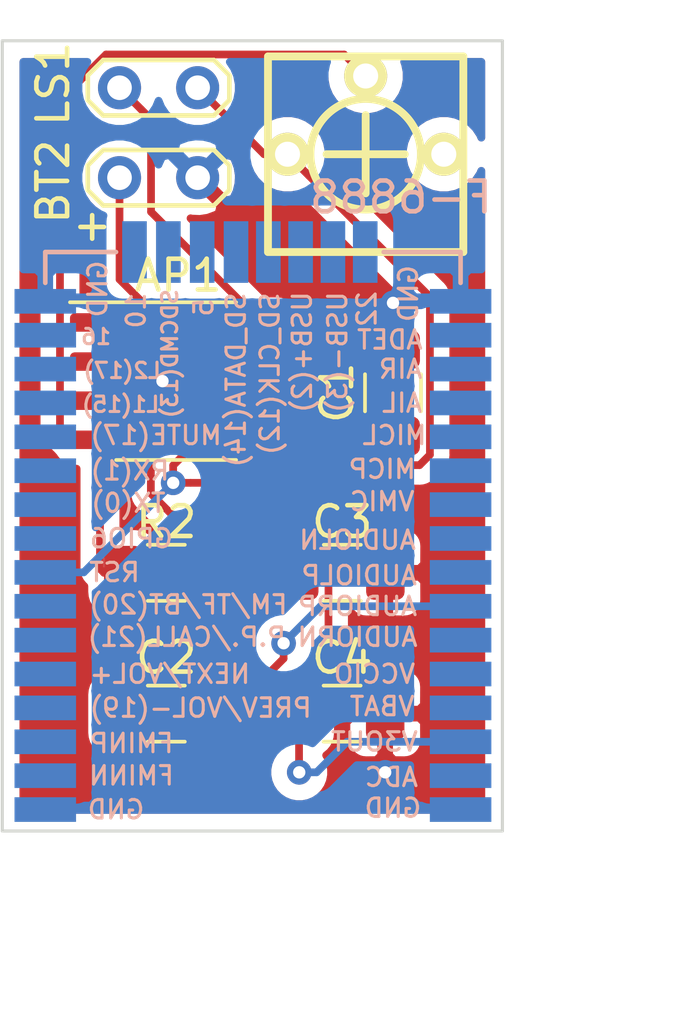
<source format=kicad_pcb>
(kicad_pcb (version 20171130) (host pcbnew "(5.1.5)-3")

  (general
    (thickness 1)
    (drawings 7)
    (tracks 100)
    (zones 0)
    (modules 10)
    (nets 9)
  )

  (page A4)
  (layers
    (0 F.Cu signal)
    (31 B.Cu signal)
    (32 B.Adhes user hide)
    (33 F.Adhes user hide)
    (34 B.Paste user hide)
    (35 F.Paste user hide)
    (36 B.SilkS user hide)
    (37 F.SilkS user)
    (38 B.Mask user hide)
    (39 F.Mask user hide)
    (40 Dwgs.User user hide)
    (41 Cmts.User user)
    (42 Eco1.User user hide)
    (43 Eco2.User user hide)
    (44 Edge.Cuts user)
    (45 Margin user hide)
    (46 B.CrtYd user hide)
    (47 F.CrtYd user hide)
    (48 B.Fab user hide)
    (49 F.Fab user hide)
  )

  (setup
    (last_trace_width 0.25)
    (trace_clearance 0.2)
    (zone_clearance 0.508)
    (zone_45_only no)
    (trace_min 0.2)
    (via_size 0.8)
    (via_drill 0.4)
    (via_min_size 0.4)
    (via_min_drill 0.3)
    (uvia_size 0.3)
    (uvia_drill 0.1)
    (uvias_allowed no)
    (uvia_min_size 0.2)
    (uvia_min_drill 0.1)
    (edge_width 0.05)
    (segment_width 0.2)
    (pcb_text_width 0.3)
    (pcb_text_size 1.5 1.5)
    (mod_edge_width 0.12)
    (mod_text_size 1 1)
    (mod_text_width 0.15)
    (pad_size 1.524 1.524)
    (pad_drill 0.762)
    (pad_to_mask_clearance 0.051)
    (solder_mask_min_width 0.25)
    (aux_axis_origin 0 0)
    (visible_elements 7FFFFFFF)
    (pcbplotparams
      (layerselection 0x010fc_ffffffff)
      (usegerberextensions false)
      (usegerberattributes false)
      (usegerberadvancedattributes false)
      (creategerberjobfile false)
      (excludeedgelayer true)
      (linewidth 0.100000)
      (plotframeref false)
      (viasonmask false)
      (mode 1)
      (useauxorigin false)
      (hpglpennumber 1)
      (hpglpenspeed 20)
      (hpglpendiameter 15.000000)
      (psnegative false)
      (psa4output false)
      (plotreference true)
      (plotvalue true)
      (plotinvisibletext false)
      (padsonsilk false)
      (subtractmaskfromsilk false)
      (outputformat 1)
      (mirror false)
      (drillshape 0)
      (scaleselection 1)
      (outputdirectory ""))
  )

  (net 0 "")
  (net 1 GND)
  (net 2 "Net-(AP1-Pad2)")
  (net 3 "Net-(AP1-Pad4)")
  (net 4 "Net-(AP1-Pad5)")
  (net 5 VDD)
  (net 6 "Net-(AP1-Pad8)")
  (net 7 "Net-(BT1-Pad34)")
  (net 8 "Net-(C2-Pad1)")

  (net_class Default "これはデフォルトのネット クラスです。"
    (clearance 0.2)
    (trace_width 0.25)
    (via_dia 0.8)
    (via_drill 0.4)
    (uvia_dia 0.3)
    (uvia_drill 0.1)
    (add_net GND)
    (add_net "Net-(AP1-Pad2)")
    (add_net "Net-(AP1-Pad4)")
    (add_net "Net-(AP1-Pad5)")
    (add_net "Net-(AP1-Pad8)")
    (add_net "Net-(BT1-Pad34)")
    (add_net "Net-(C2-Pad1)")
    (add_net VDD)
  )

  (module Capacitor_SMD:C_1206_3216Metric (layer F.Cu) (tedit 5B301BBE) (tstamp 5F89F41A)
    (at 66.291 73.406)
    (descr "Capacitor SMD 1206 (3216 Metric), square (rectangular) end terminal, IPC_7351 nominal, (Body size source: http://www.tortai-tech.com/upload/download/2011102023233369053.pdf), generated with kicad-footprint-generator")
    (tags capacitor)
    (path /5E8E1858)
    (attr smd)
    (fp_text reference C4 (at 0 -1.82) (layer F.SilkS)
      (effects (font (size 1 1) (thickness 0.15)))
    )
    (fp_text value 0.1μ (at 0 1.82) (layer F.Fab)
      (effects (font (size 1 1) (thickness 0.15)))
    )
    (fp_text user %R (at 0 0) (layer F.Fab)
      (effects (font (size 0.8 0.8) (thickness 0.12)))
    )
    (fp_line (start 2.28 1.12) (end -2.28 1.12) (layer F.CrtYd) (width 0.05))
    (fp_line (start 2.28 -1.12) (end 2.28 1.12) (layer F.CrtYd) (width 0.05))
    (fp_line (start -2.28 -1.12) (end 2.28 -1.12) (layer F.CrtYd) (width 0.05))
    (fp_line (start -2.28 1.12) (end -2.28 -1.12) (layer F.CrtYd) (width 0.05))
    (fp_line (start -0.602064 0.91) (end 0.602064 0.91) (layer F.SilkS) (width 0.12))
    (fp_line (start -0.602064 -0.91) (end 0.602064 -0.91) (layer F.SilkS) (width 0.12))
    (fp_line (start 1.6 0.8) (end -1.6 0.8) (layer F.Fab) (width 0.1))
    (fp_line (start 1.6 -0.8) (end 1.6 0.8) (layer F.Fab) (width 0.1))
    (fp_line (start -1.6 -0.8) (end 1.6 -0.8) (layer F.Fab) (width 0.1))
    (fp_line (start -1.6 0.8) (end -1.6 -0.8) (layer F.Fab) (width 0.1))
    (pad 2 smd roundrect (at 1.4 0) (size 1.25 1.75) (layers F.Cu F.Paste F.Mask) (roundrect_rratio 0.2)
      (net 1 GND))
    (pad 1 smd roundrect (at -1.4 0) (size 1.25 1.75) (layers F.Cu F.Paste F.Mask) (roundrect_rratio 0.2)
      (net 5 VDD))
    (model ${KISYS3DMOD}/Capacitor_SMD.3dshapes/C_1206_3216Metric.wrl
      (at (xyz 0 0 0))
      (scale (xyz 1 1 1))
      (rotate (xyz 0 0 0))
    )
  )

  (module Capacitor_SMD:C_1206_3216Metric (layer F.Cu) (tedit 5B301BBE) (tstamp 5F89F364)
    (at 67.945 62.989 90)
    (descr "Capacitor SMD 1206 (3216 Metric), square (rectangular) end terminal, IPC_7351 nominal, (Body size source: http://www.tortai-tech.com/upload/download/2011102023233369053.pdf), generated with kicad-footprint-generator")
    (tags capacitor)
    (path /5E8E252A)
    (attr smd)
    (fp_text reference C1 (at 0 -1.82 90) (layer F.SilkS)
      (effects (font (size 1 1) (thickness 0.15)))
    )
    (fp_text value 0.1μ (at 0 1.82 90) (layer F.Fab)
      (effects (font (size 1 1) (thickness 0.15)))
    )
    (fp_text user %R (at 0 0 90) (layer F.Fab)
      (effects (font (size 0.8 0.8) (thickness 0.12)))
    )
    (fp_line (start 2.28 1.12) (end -2.28 1.12) (layer F.CrtYd) (width 0.05))
    (fp_line (start 2.28 -1.12) (end 2.28 1.12) (layer F.CrtYd) (width 0.05))
    (fp_line (start -2.28 -1.12) (end 2.28 -1.12) (layer F.CrtYd) (width 0.05))
    (fp_line (start -2.28 1.12) (end -2.28 -1.12) (layer F.CrtYd) (width 0.05))
    (fp_line (start -0.602064 0.91) (end 0.602064 0.91) (layer F.SilkS) (width 0.12))
    (fp_line (start -0.602064 -0.91) (end 0.602064 -0.91) (layer F.SilkS) (width 0.12))
    (fp_line (start 1.6 0.8) (end -1.6 0.8) (layer F.Fab) (width 0.1))
    (fp_line (start 1.6 -0.8) (end 1.6 0.8) (layer F.Fab) (width 0.1))
    (fp_line (start -1.6 -0.8) (end 1.6 -0.8) (layer F.Fab) (width 0.1))
    (fp_line (start -1.6 0.8) (end -1.6 -0.8) (layer F.Fab) (width 0.1))
    (pad 2 smd roundrect (at 1.4 0 90) (size 1.25 1.75) (layers F.Cu F.Paste F.Mask) (roundrect_rratio 0.2)
      (net 1 GND))
    (pad 1 smd roundrect (at -1.4 0 90) (size 1.25 1.75) (layers F.Cu F.Paste F.Mask) (roundrect_rratio 0.2)
      (net 5 VDD))
    (model ${KISYS3DMOD}/Capacitor_SMD.3dshapes/C_1206_3216Metric.wrl
      (at (xyz 0 0 0))
      (scale (xyz 1 1 1))
      (rotate (xyz 0 0 0))
    )
  )

  (module Package_SO:SOIC-8_3.9x4.9mm_P1.27mm (layer F.Cu) (tedit 5D9F72B1) (tstamp 5F89F265)
    (at 60.895 62.611)
    (descr "SOIC, 8 Pin (JEDEC MS-012AA, https://www.analog.com/media/en/package-pcb-resources/package/pkg_pdf/soic_narrow-r/r_8.pdf), generated with kicad-footprint-generator ipc_gullwing_generator.py")
    (tags "SOIC SO")
    (path /5E8E0A67)
    (attr smd)
    (fp_text reference AP1 (at 0.065 -3.429) (layer F.SilkS)
      (effects (font (size 1 1) (thickness 0.15)))
    )
    (fp_text value CSC8002 (at 0 3.4) (layer F.Fab)
      (effects (font (size 1 1) (thickness 0.15)))
    )
    (fp_line (start 0 2.56) (end 1.95 2.56) (layer F.SilkS) (width 0.12))
    (fp_line (start 0 2.56) (end -1.95 2.56) (layer F.SilkS) (width 0.12))
    (fp_line (start 0 -2.56) (end 1.95 -2.56) (layer F.SilkS) (width 0.12))
    (fp_line (start 0 -2.56) (end -3.45 -2.56) (layer F.SilkS) (width 0.12))
    (fp_line (start -0.975 -2.45) (end 1.95 -2.45) (layer F.Fab) (width 0.1))
    (fp_line (start 1.95 -2.45) (end 1.95 2.45) (layer F.Fab) (width 0.1))
    (fp_line (start 1.95 2.45) (end -1.95 2.45) (layer F.Fab) (width 0.1))
    (fp_line (start -1.95 2.45) (end -1.95 -1.475) (layer F.Fab) (width 0.1))
    (fp_line (start -1.95 -1.475) (end -0.975 -2.45) (layer F.Fab) (width 0.1))
    (fp_line (start -3.7 -2.7) (end -3.7 2.7) (layer F.CrtYd) (width 0.05))
    (fp_line (start -3.7 2.7) (end 3.7 2.7) (layer F.CrtYd) (width 0.05))
    (fp_line (start 3.7 2.7) (end 3.7 -2.7) (layer F.CrtYd) (width 0.05))
    (fp_line (start 3.7 -2.7) (end -3.7 -2.7) (layer F.CrtYd) (width 0.05))
    (fp_text user %R (at 0 0) (layer F.Fab)
      (effects (font (size 0.98 0.98) (thickness 0.15)))
    )
    (pad 1 smd roundrect (at -2.475 -1.905) (size 1.95 0.6) (layers F.Cu F.Paste F.Mask) (roundrect_rratio 0.25)
      (net 1 GND))
    (pad 2 smd roundrect (at -2.475 -0.635) (size 1.95 0.6) (layers F.Cu F.Paste F.Mask) (roundrect_rratio 0.25)
      (net 2 "Net-(AP1-Pad2)"))
    (pad 3 smd roundrect (at -2.475 0.635) (size 1.95 0.6) (layers F.Cu F.Paste F.Mask) (roundrect_rratio 0.25)
      (net 2 "Net-(AP1-Pad2)"))
    (pad 4 smd roundrect (at -2.475 1.905) (size 1.95 0.6) (layers F.Cu F.Paste F.Mask) (roundrect_rratio 0.25)
      (net 3 "Net-(AP1-Pad4)"))
    (pad 5 smd roundrect (at 2.475 1.905) (size 1.95 0.6) (layers F.Cu F.Paste F.Mask) (roundrect_rratio 0.25)
      (net 4 "Net-(AP1-Pad5)"))
    (pad 6 smd roundrect (at 2.475 0.635) (size 1.95 0.6) (layers F.Cu F.Paste F.Mask) (roundrect_rratio 0.25)
      (net 5 VDD))
    (pad 7 smd roundrect (at 2.475 -0.635) (size 1.95 0.6) (layers F.Cu F.Paste F.Mask) (roundrect_rratio 0.25)
      (net 1 GND))
    (pad 8 smd roundrect (at 2.475 -1.905) (size 1.95 0.6) (layers F.Cu F.Paste F.Mask) (roundrect_rratio 0.25)
      (net 6 "Net-(AP1-Pad8)"))
    (model ${KISYS3DMOD}/Package_SO.3dshapes/SOIC-8_3.9x4.9mm_P1.27mm.wrl
      (at (xyz 0 0 0))
      (scale (xyz 1 1 1))
      (rotate (xyz 0 0 0))
    )
  )

  (module tomaskovacik:F-6888 (layer B.Cu) (tedit 5AE5EB9F) (tstamp 5F89F2C0)
    (at 56.642 58.42)
    (path /5E8DE07E)
    (fp_text reference BT1 (at 6.95 2.25) (layer B.SilkS) hide
      (effects (font (size 1 1) (thickness 0.15)) (justify mirror))
    )
    (fp_text value F-6888 (at 11.557 -1.778) (layer B.SilkS)
      (effects (font (size 1 1) (thickness 0.15)) (justify mirror))
    )
    (fp_line (start 0 0) (end 0 1) (layer B.SilkS) (width 0.15))
    (fp_line (start 0 0) (end 2.3 0) (layer B.SilkS) (width 0.15))
    (fp_line (start 11 0) (end 13.5 0) (layer B.SilkS) (width 0.15))
    (fp_line (start 13.5 0) (end 13.5 1) (layer B.SilkS) (width 0.15))
    (fp_line (start 13.5 18.8) (end 13.5 25) (layer Dwgs.User) (width 0.15))
    (fp_line (start 13.5 25) (end 0 25) (layer Dwgs.User) (width 0.15))
    (fp_line (start 0 25) (end 0 18.8) (layer Dwgs.User) (width 0.15))
    (fp_text user GND (at 2.3 18.1) (layer B.SilkS)
      (effects (font (size 0.6 0.6) (thickness 0.1)) (justify mirror))
    )
    (fp_text user FMINN (at 2.8 17) (layer B.SilkS)
      (effects (font (size 0.6 0.6) (thickness 0.1)) (justify mirror))
    )
    (fp_text user FMINP (at 2.8 15.95) (layer B.SilkS)
      (effects (font (size 0.6 0.6) (thickness 0.1)) (justify mirror))
    )
    (fp_text user "PREV/VOL-(19)" (at 5.05 14.8) (layer B.SilkS)
      (effects (font (size 0.6 0.6) (thickness 0.1)) (justify mirror))
    )
    (fp_text user GND (at 11.3 18.05) (layer B.SilkS)
      (effects (font (size 0.6 0.6) (thickness 0.1)) (justify mirror))
    )
    (fp_text user ADC (at 11.25 17.05) (layer B.SilkS)
      (effects (font (size 0.6 0.6) (thickness 0.1)) (justify mirror))
    )
    (fp_text user V3OUT (at 10.7 15.9) (layer B.SilkS)
      (effects (font (size 0.6 0.6) (thickness 0.1)) (justify mirror))
    )
    (fp_text user VBAT (at 10.95 14.75) (layer B.SilkS)
      (effects (font (size 0.6 0.6) (thickness 0.1)) (justify mirror))
    )
    (fp_text user NEXT/VOL+ (at 4.05 13.7) (layer B.SilkS)
      (effects (font (size 0.6 0.6) (thickness 0.1)) (justify mirror))
    )
    (fp_text user "P.P./CALL(21)" (at 4.6 12.5) (layer B.SilkS)
      (effects (font (size 0.6 0.6) (thickness 0.1)) (justify mirror))
    )
    (fp_text user VCCIO (at 10.7 13.7) (layer B.SilkS)
      (effects (font (size 0.6 0.6) (thickness 0.1)) (justify mirror))
    )
    (fp_text user AUDIORN (at 10.15 12.5) (layer B.SilkS)
      (effects (font (size 0.6 0.6) (thickness 0.1)) (justify mirror))
    )
    (fp_text user AUDIORP (at 10.15 11.5) (layer B.SilkS)
      (effects (font (size 0.6 0.6) (thickness 0.1)) (justify mirror))
    )
    (fp_text user AUDIOLP (at 10.2 10.5) (layer B.SilkS)
      (effects (font (size 0.6 0.6) (thickness 0.1)) (justify mirror))
    )
    (fp_text user AUDIOLN (at 10.15 9.35) (layer B.SilkS)
      (effects (font (size 0.6 0.6) (thickness 0.1)) (justify mirror))
    )
    (fp_text user "FM/TF/BT(20)" (at 4.65 11.45) (layer B.SilkS)
      (effects (font (size 0.6 0.6) (thickness 0.1)) (justify mirror))
    )
    (fp_text user RST (at 2.25 10.4) (layer B.SilkS)
      (effects (font (size 0.6 0.6) (thickness 0.1)) (justify mirror))
    )
    (fp_text user GPIO6 (at 2.8 9.3) (layer B.SilkS)
      (effects (font (size 0.6 0.6) (thickness 0.1)) (justify mirror))
    )
    (fp_text user "TX(0)" (at 2.7 8.15) (layer B.SilkS)
      (effects (font (size 0.6 0.6) (thickness 0.1)) (justify mirror))
    )
    (fp_text user "RX(1)" (at 2.75 7.1) (layer B.SilkS)
      (effects (font (size 0.6 0.6) (thickness 0.1)) (justify mirror))
    )
    (fp_text user "MUTE(17)" (at 3.6 5.95) (layer B.SilkS)
      (effects (font (size 0.6 0.6) (thickness 0.1)) (justify mirror))
    )
    (fp_text user "L1(15)" (at 2.45 4.95) (layer B.SilkS)
      (effects (font (size 0.5 0.5) (thickness 0.1)) (justify mirror))
    )
    (fp_text user "L2(17)" (at 2.5 3.85) (layer B.SilkS)
      (effects (font (size 0.5 0.5) (thickness 0.1)) (justify mirror))
    )
    (fp_text user 16 (at 1.65 2.75) (layer B.SilkS)
      (effects (font (size 0.5 0.5) (thickness 0.1)) (justify mirror))
    )
    (fp_text user GND (at 1.7 1.2 -90) (layer B.SilkS)
      (effects (font (size 0.6 0.6) (thickness 0.1)) (justify mirror))
    )
    (fp_text user VMIC (at 10.95 8.1) (layer B.SilkS)
      (effects (font (size 0.6 0.6) (thickness 0.1)) (justify mirror))
    )
    (fp_text user MICP (at 10.95 7.05) (layer B.SilkS)
      (effects (font (size 0.6 0.6) (thickness 0.1)) (justify mirror))
    )
    (fp_text user MICL (at 11.35 5.95) (layer B.SilkS)
      (effects (font (size 0.6 0.6) (thickness 0.1)) (justify mirror))
    )
    (fp_text user AIL (at 11.6 4.9) (layer B.SilkS)
      (effects (font (size 0.6 0.6) (thickness 0.1)) (justify mirror))
    )
    (fp_text user AIR (at 11.55 3.8) (layer B.SilkS)
      (effects (font (size 0.6 0.6) (thickness 0.1)) (justify mirror))
    )
    (fp_text user 10 (at 2.95 1.9 -90) (layer B.SilkS)
      (effects (font (size 0.6 0.6) (thickness 0.1)) (justify mirror))
    )
    (fp_text user "SDCMD(13)" (at 4.05 3.3 -90) (layer B.SilkS)
      (effects (font (size 0.5 0.5) (thickness 0.1)) (justify mirror))
    )
    (fp_text user 5 (at 5.15 1.8 -90) (layer B.SilkS)
      (effects (font (size 0.6 0.6) (thickness 0.1)) (justify mirror))
    )
    (fp_text user "SD_DATA(14)" (at 6.2 4.15 -90) (layer B.SilkS)
      (effects (font (size 0.6 0.6) (thickness 0.1)) (justify mirror))
    )
    (fp_text user "SD_CLK(12)" (at 7.3 3.95 -90) (layer B.SilkS)
      (effects (font (size 0.6 0.6) (thickness 0.1)) (justify mirror))
    )
    (fp_text user "USB+(2)" (at 8.35 3.25 -90) (layer B.SilkS)
      (effects (font (size 0.6 0.6) (thickness 0.1)) (justify mirror))
    )
    (fp_text user "USB-(3)" (at 9.5 3.25 -90) (layer B.SilkS)
      (effects (font (size 0.6 0.6) (thickness 0.1)) (justify mirror))
    )
    (fp_text user 22 (at 10.45 1.85 -90) (layer B.SilkS)
      (effects (font (size 0.6 0.6) (thickness 0.1)) (justify mirror))
    )
    (fp_text user ADET (at 11.2 2.85) (layer B.SilkS)
      (effects (font (size 0.6 0.6) (thickness 0.1)) (justify mirror))
    )
    (fp_text user GND (at 11.8 1.35 -90) (layer B.SilkS)
      (effects (font (size 0.6 0.6) (thickness 0.1)) (justify mirror))
    )
    (pad 15 smd rect (at 0 2.7) (size 2 0.8) (layers B.Cu B.Paste B.Mask))
    (pad 14 smd rect (at 0 3.8) (size 2 0.8) (layers B.Cu B.Paste B.Mask))
    (pad 13 smd rect (at 0 4.9) (size 2 0.8) (layers B.Cu B.Paste B.Mask))
    (pad 12 smd rect (at 0 6) (size 2 0.8) (layers B.Cu B.Paste B.Mask))
    (pad 11 smd rect (at 0 7.1) (size 2 0.8) (layers B.Cu B.Paste B.Mask))
    (pad 10 smd rect (at 0 8.2) (size 2 0.8) (layers B.Cu B.Paste B.Mask))
    (pad 9 smd rect (at 0 9.3) (size 2 0.8) (layers B.Cu B.Paste B.Mask))
    (pad 5 smd rect (at 0 13.7) (size 2 0.8) (layers B.Cu B.Paste B.Mask))
    (pad 3 smd rect (at 0 15.9) (size 2 0.8) (layers B.Cu B.Paste B.Mask))
    (pad 6 smd rect (at 0 12.6) (size 2 0.8) (layers B.Cu B.Paste B.Mask))
    (pad 8 smd rect (at 0 10.4) (size 2 0.8) (layers B.Cu B.Paste B.Mask)
      (net 5 VDD))
    (pad 7 smd rect (at 0 11.5) (size 2 0.8) (layers B.Cu B.Paste B.Mask))
    (pad 2 smd rect (at 0 17) (size 2 0.8) (layers B.Cu B.Paste B.Mask))
    (pad 16 smd rect (at 0 1.6) (size 2 0.8) (layers B.Cu B.Paste B.Mask)
      (net 1 GND))
    (pad 1 smd rect (at 0 18.1) (size 2 0.8) (layers B.Cu B.Paste B.Mask)
      (net 1 GND))
    (pad 4 smd rect (at 0 14.8) (size 2 0.8) (layers B.Cu B.Paste B.Mask))
    (pad 36 smd rect (at 13.5 13.7) (size 2 0.8) (layers B.Cu B.Paste B.Mask))
    (pad 26 smd rect (at 13.5 2.7) (size 2 0.8) (layers B.Cu B.Paste B.Mask))
    (pad 32 smd rect (at 13.5 9.3) (size 2 0.8) (layers B.Cu B.Paste B.Mask))
    (pad 31 smd rect (at 13.5 8.2) (size 2 0.8) (layers B.Cu B.Paste B.Mask))
    (pad 38 smd rect (at 13.5 15.9) (size 2 0.8) (layers B.Cu B.Paste B.Mask)
      (net 5 VDD))
    (pad 34 smd rect (at 13.5 11.5) (size 2 0.8) (layers B.Cu B.Paste B.Mask)
      (net 7 "Net-(BT1-Pad34)"))
    (pad 25 smd rect (at 13.5 1.6) (size 2 0.8) (layers B.Cu B.Paste B.Mask)
      (net 1 GND))
    (pad 39 smd rect (at 13.5 17) (size 2 0.8) (layers B.Cu B.Paste B.Mask))
    (pad 33 smd rect (at 13.5 10.4) (size 2 0.8) (layers B.Cu B.Paste B.Mask))
    (pad 29 smd rect (at 13.5 6) (size 2 0.8) (layers B.Cu B.Paste B.Mask))
    (pad 27 smd rect (at 13.5 3.8) (size 2 0.8) (layers B.Cu B.Paste B.Mask))
    (pad 28 smd rect (at 13.5 4.9) (size 2 0.8) (layers B.Cu B.Paste B.Mask))
    (pad 35 smd rect (at 13.5 12.6) (size 2 0.8) (layers B.Cu B.Paste B.Mask))
    (pad 37 smd rect (at 13.5 14.8) (size 2 0.8) (layers B.Cu B.Paste B.Mask))
    (pad 40 smd rect (at 13.5 18.1) (size 2 0.8) (layers B.Cu B.Paste B.Mask)
      (net 1 GND))
    (pad 30 smd rect (at 13.5 7.1) (size 2 0.8) (layers B.Cu B.Paste B.Mask))
    (pad 17 smd rect (at 2.9 0) (size 0.8 2) (layers B.Cu B.Paste B.Mask))
    (pad 18 smd rect (at 4 0) (size 0.8 2) (layers B.Cu B.Paste B.Mask))
    (pad 19 smd rect (at 5.1 0) (size 0.8 2) (layers B.Cu B.Paste B.Mask))
    (pad 20 smd rect (at 6.2 0) (size 0.8 2) (layers B.Cu B.Paste B.Mask))
    (pad 24 smd rect (at 10.399996 0) (size 0.8 2) (layers B.Cu B.Paste B.Mask))
    (pad 23 smd rect (at 9.35 0) (size 0.8 2) (layers B.Cu B.Paste B.Mask))
    (pad 21 smd rect (at 7.25 0) (size 0.8 2) (layers B.Cu B.Paste B.Mask))
    (pad 22 smd rect (at 8.3 0) (size 0.8 2) (layers B.Cu B.Paste B.Mask))
  )

  (module Capacitor_SMD:C_1206_3216Metric (layer F.Cu) (tedit 5B301BBE) (tstamp 5F89F375)
    (at 60.576 73.406)
    (descr "Capacitor SMD 1206 (3216 Metric), square (rectangular) end terminal, IPC_7351 nominal, (Body size source: http://www.tortai-tech.com/upload/download/2011102023233369053.pdf), generated with kicad-footprint-generator")
    (tags capacitor)
    (path /5E8E0F62)
    (attr smd)
    (fp_text reference C2 (at 0 -1.82) (layer F.SilkS)
      (effects (font (size 1 1) (thickness 0.15)))
    )
    (fp_text value 470n (at 0 1.82) (layer F.Fab)
      (effects (font (size 1 1) (thickness 0.15)))
    )
    (fp_text user %R (at 0 0) (layer F.Fab)
      (effects (font (size 0.8 0.8) (thickness 0.12)))
    )
    (fp_line (start 2.28 1.12) (end -2.28 1.12) (layer F.CrtYd) (width 0.05))
    (fp_line (start 2.28 -1.12) (end 2.28 1.12) (layer F.CrtYd) (width 0.05))
    (fp_line (start -2.28 -1.12) (end 2.28 -1.12) (layer F.CrtYd) (width 0.05))
    (fp_line (start -2.28 1.12) (end -2.28 -1.12) (layer F.CrtYd) (width 0.05))
    (fp_line (start -0.602064 0.91) (end 0.602064 0.91) (layer F.SilkS) (width 0.12))
    (fp_line (start -0.602064 -0.91) (end 0.602064 -0.91) (layer F.SilkS) (width 0.12))
    (fp_line (start 1.6 0.8) (end -1.6 0.8) (layer F.Fab) (width 0.1))
    (fp_line (start 1.6 -0.8) (end 1.6 0.8) (layer F.Fab) (width 0.1))
    (fp_line (start -1.6 -0.8) (end 1.6 -0.8) (layer F.Fab) (width 0.1))
    (fp_line (start -1.6 0.8) (end -1.6 -0.8) (layer F.Fab) (width 0.1))
    (pad 2 smd roundrect (at 1.4 0) (size 1.25 1.75) (layers F.Cu F.Paste F.Mask) (roundrect_rratio 0.2)
      (net 7 "Net-(BT1-Pad34)"))
    (pad 1 smd roundrect (at -1.4 0) (size 1.25 1.75) (layers F.Cu F.Paste F.Mask) (roundrect_rratio 0.2)
      (net 8 "Net-(C2-Pad1)"))
    (model ${KISYS3DMOD}/Capacitor_SMD.3dshapes/C_1206_3216Metric.wrl
      (at (xyz 0 0 0))
      (scale (xyz 1 1 1))
      (rotate (xyz 0 0 0))
    )
  )

  (module Capacitor_SMD:C_1206_3216Metric (layer F.Cu) (tedit 5B301BBE) (tstamp 5F89F386)
    (at 66.297 68.834)
    (descr "Capacitor SMD 1206 (3216 Metric), square (rectangular) end terminal, IPC_7351 nominal, (Body size source: http://www.tortai-tech.com/upload/download/2011102023233369053.pdf), generated with kicad-footprint-generator")
    (tags capacitor)
    (path /5E8EFCE9)
    (attr smd)
    (fp_text reference C3 (at -0.003 -1.651) (layer F.SilkS)
      (effects (font (size 1 1) (thickness 0.15)))
    )
    (fp_text value 1μ (at 0 1.82) (layer F.Fab)
      (effects (font (size 1 1) (thickness 0.15)))
    )
    (fp_line (start -1.6 0.8) (end -1.6 -0.8) (layer F.Fab) (width 0.1))
    (fp_line (start -1.6 -0.8) (end 1.6 -0.8) (layer F.Fab) (width 0.1))
    (fp_line (start 1.6 -0.8) (end 1.6 0.8) (layer F.Fab) (width 0.1))
    (fp_line (start 1.6 0.8) (end -1.6 0.8) (layer F.Fab) (width 0.1))
    (fp_line (start -0.602064 -0.91) (end 0.602064 -0.91) (layer F.SilkS) (width 0.12))
    (fp_line (start -0.602064 0.91) (end 0.602064 0.91) (layer F.SilkS) (width 0.12))
    (fp_line (start -2.28 1.12) (end -2.28 -1.12) (layer F.CrtYd) (width 0.05))
    (fp_line (start -2.28 -1.12) (end 2.28 -1.12) (layer F.CrtYd) (width 0.05))
    (fp_line (start 2.28 -1.12) (end 2.28 1.12) (layer F.CrtYd) (width 0.05))
    (fp_line (start 2.28 1.12) (end -2.28 1.12) (layer F.CrtYd) (width 0.05))
    (fp_text user %R (at 0 0) (layer F.Fab)
      (effects (font (size 0.8 0.8) (thickness 0.12)))
    )
    (pad 1 smd roundrect (at -1.4 0) (size 1.25 1.75) (layers F.Cu F.Paste F.Mask) (roundrect_rratio 0.2)
      (net 2 "Net-(AP1-Pad2)"))
    (pad 2 smd roundrect (at 1.4 0) (size 1.25 1.75) (layers F.Cu F.Paste F.Mask) (roundrect_rratio 0.2)
      (net 1 GND))
    (model ${KISYS3DMOD}/Capacitor_SMD.3dshapes/C_1206_3216Metric.wrl
      (at (xyz 0 0 0))
      (scale (xyz 1 1 1))
      (rotate (xyz 0 0 0))
    )
  )

  (module Capacitor_SMD:C_1206_3216Metric (layer F.Cu) (tedit 5B301BBE) (tstamp 5F89F43B)
    (at 60.576 68.834)
    (descr "Capacitor SMD 1206 (3216 Metric), square (rectangular) end terminal, IPC_7351 nominal, (Body size source: http://www.tortai-tech.com/upload/download/2011102023233369053.pdf), generated with kicad-footprint-generator")
    (tags capacitor)
    (path /5E9945A8)
    (attr smd)
    (fp_text reference R2 (at 0 -1.651) (layer F.SilkS)
      (effects (font (size 1 1) (thickness 0.15)))
    )
    (fp_text value 20k (at 0 1.82) (layer F.Fab)
      (effects (font (size 1 1) (thickness 0.15)))
    )
    (fp_line (start -1.6 0.8) (end -1.6 -0.8) (layer F.Fab) (width 0.1))
    (fp_line (start -1.6 -0.8) (end 1.6 -0.8) (layer F.Fab) (width 0.1))
    (fp_line (start 1.6 -0.8) (end 1.6 0.8) (layer F.Fab) (width 0.1))
    (fp_line (start 1.6 0.8) (end -1.6 0.8) (layer F.Fab) (width 0.1))
    (fp_line (start -0.602064 -0.91) (end 0.602064 -0.91) (layer F.SilkS) (width 0.12))
    (fp_line (start -0.602064 0.91) (end 0.602064 0.91) (layer F.SilkS) (width 0.12))
    (fp_line (start -2.28 1.12) (end -2.28 -1.12) (layer F.CrtYd) (width 0.05))
    (fp_line (start -2.28 -1.12) (end 2.28 -1.12) (layer F.CrtYd) (width 0.05))
    (fp_line (start 2.28 -1.12) (end 2.28 1.12) (layer F.CrtYd) (width 0.05))
    (fp_line (start 2.28 1.12) (end -2.28 1.12) (layer F.CrtYd) (width 0.05))
    (fp_text user %R (at 0 0) (layer F.Fab)
      (effects (font (size 0.8 0.8) (thickness 0.12)))
    )
    (pad 1 smd roundrect (at -1.4 0) (size 1.25 1.75) (layers F.Cu F.Paste F.Mask) (roundrect_rratio 0.2)
      (net 3 "Net-(AP1-Pad4)"))
    (pad 2 smd roundrect (at 1.4 0) (size 1.25 1.75) (layers F.Cu F.Paste F.Mask) (roundrect_rratio 0.2)
      (net 8 "Net-(C2-Pad1)"))
    (model ${KISYS3DMOD}/Capacitor_SMD.3dshapes/C_1206_3216Metric.wrl
      (at (xyz 0 0 0))
      (scale (xyz 1 1 1))
      (rotate (xyz 0 0 0))
    )
  )

  (module bluetooth-speaker-n-model-train:Potentiometers_Tocos_GF063P (layer F.Cu) (tedit 484CA074) (tstamp 5F89F449)
    (at 67.056 53.975)
    (path /5F8E9860)
    (fp_text reference RV1 (at 11.049 -0.254) (layer F.SilkS) hide
      (effects (font (size 1.524 1.524) (thickness 0.3048)))
    )
    (fp_text value R_POT (at 12.446 -2.794) (layer F.SilkS) hide
      (effects (font (size 1.524 1.524) (thickness 0.3048)))
    )
    (fp_line (start -1.27 1.27) (end 1.27 1.27) (layer F.SilkS) (width 0.254))
    (fp_line (start 0 0) (end 0 2.54) (layer F.SilkS) (width 0.254))
    (fp_circle (center 0 1.27) (end 1.27 2.54) (layer F.SilkS) (width 0.254))
    (fp_line (start -3.175 -1.905) (end -3.175 4.445) (layer F.SilkS) (width 0.254))
    (fp_line (start -3.175 4.445) (end 3.175 4.445) (layer F.SilkS) (width 0.254))
    (fp_line (start 3.175 4.445) (end 3.175 -1.905) (layer F.SilkS) (width 0.254))
    (fp_line (start 3.175 -1.905) (end -3.175 -1.905) (layer F.SilkS) (width 0.254))
    (pad 1 thru_hole circle (at -2.54 1.27) (size 1.397 1.397) (drill 0.8128) (layers *.Cu *.Mask F.SilkS)
      (net 4 "Net-(AP1-Pad5)"))
    (pad 2 thru_hole circle (at 0 -1.27) (size 1.397 1.397) (drill 0.8128) (layers *.Cu *.Mask F.SilkS)
      (net 3 "Net-(AP1-Pad4)"))
    (pad 3 thru_hole circle (at 2.54 1.27) (size 1.397 1.397) (drill 0.8128) (layers *.Cu *.Mask F.SilkS))
    (model yag3d_vr_GF063.wrl
      (at (xyz 0 0 0))
      (scale (xyz 1 1 1))
      (rotate (xyz 0 0 0))
    )
  )

  (module TestPoint:TestPoint_2Pads_Pitch2.54mm_Drill0.8mm (layer F.Cu) (tedit 5A0F774F) (tstamp 5F8A2C4B)
    (at 59.055 56.007)
    (descr "Test point with 2 pins, pitch 2.54mm, drill diameter 0.8mm")
    (tags "CONN DEV")
    (path /5EA1B03F)
    (attr virtual)
    (fp_text reference BT2 (at -2.159 0.127 90) (layer F.SilkS)
      (effects (font (size 1 1) (thickness 0.15)))
    )
    (fp_text value Battery_Cell (at 1.27 2) (layer F.Fab)
      (effects (font (size 1 1) (thickness 0.15)))
    )
    (fp_line (start -1.03 -0.4) (end -0.53 -0.9) (layer F.SilkS) (width 0.15))
    (fp_line (start -1.03 0.4) (end -1.03 -0.4) (layer F.SilkS) (width 0.15))
    (fp_line (start -0.53 0.9) (end -1.03 0.4) (layer F.SilkS) (width 0.15))
    (fp_line (start 3.07 0.9) (end -0.53 0.9) (layer F.SilkS) (width 0.15))
    (fp_line (start 3.57 0.4) (end 3.07 0.9) (layer F.SilkS) (width 0.15))
    (fp_line (start 3.57 -0.4) (end 3.57 0.4) (layer F.SilkS) (width 0.15))
    (fp_line (start 3.07 -0.9) (end 3.57 -0.4) (layer F.SilkS) (width 0.15))
    (fp_line (start -0.53 -0.9) (end 3.07 -0.9) (layer F.SilkS) (width 0.15))
    (fp_line (start -1.3 0.5) (end -0.65 1.15) (layer F.CrtYd) (width 0.05))
    (fp_line (start -1.3 -0.5) (end -1.3 0.5) (layer F.CrtYd) (width 0.05))
    (fp_line (start -0.65 -1.15) (end -1.3 -0.5) (layer F.CrtYd) (width 0.05))
    (fp_line (start 3.15 -1.15) (end -0.65 -1.15) (layer F.CrtYd) (width 0.05))
    (fp_line (start 3.8 -0.5) (end 3.15 -1.15) (layer F.CrtYd) (width 0.05))
    (fp_line (start 3.8 0.5) (end 3.8 -0.5) (layer F.CrtYd) (width 0.05))
    (fp_line (start 3.15 1.15) (end 3.8 0.5) (layer F.CrtYd) (width 0.05))
    (fp_line (start -0.65 1.15) (end 3.15 1.15) (layer F.CrtYd) (width 0.05))
    (fp_text user %R (at 1.3 -2) (layer F.Fab)
      (effects (font (size 1 1) (thickness 0.15)))
    )
    (pad 2 thru_hole circle (at 2.54 0) (size 1.4 1.4) (drill 0.8) (layers *.Cu *.Mask)
      (net 1 GND))
    (pad 1 thru_hole circle (at 0 0) (size 1.4 1.4) (drill 0.8) (layers *.Cu *.Mask)
      (net 5 VDD))
  )

  (module TestPoint:TestPoint_2Pads_Pitch2.54mm_Drill0.8mm (layer F.Cu) (tedit 5A0F774F) (tstamp 5F8A31D6)
    (at 59.055 53.086)
    (descr "Test point with 2 pins, pitch 2.54mm, drill diameter 0.8mm")
    (tags "CONN DEV")
    (path /5E8E38D3)
    (attr virtual)
    (fp_text reference LS1 (at -2.159 -0.127 90) (layer F.SilkS)
      (effects (font (size 1 1) (thickness 0.15)))
    )
    (fp_text value Speaker (at -9.779 -1.27) (layer F.Fab)
      (effects (font (size 1 1) (thickness 0.15)))
    )
    (fp_text user %R (at 1.3 -2) (layer F.Fab)
      (effects (font (size 1 1) (thickness 0.15)))
    )
    (fp_line (start -0.65 1.15) (end 3.15 1.15) (layer F.CrtYd) (width 0.05))
    (fp_line (start 3.15 1.15) (end 3.8 0.5) (layer F.CrtYd) (width 0.05))
    (fp_line (start 3.8 0.5) (end 3.8 -0.5) (layer F.CrtYd) (width 0.05))
    (fp_line (start 3.8 -0.5) (end 3.15 -1.15) (layer F.CrtYd) (width 0.05))
    (fp_line (start 3.15 -1.15) (end -0.65 -1.15) (layer F.CrtYd) (width 0.05))
    (fp_line (start -0.65 -1.15) (end -1.3 -0.5) (layer F.CrtYd) (width 0.05))
    (fp_line (start -1.3 -0.5) (end -1.3 0.5) (layer F.CrtYd) (width 0.05))
    (fp_line (start -1.3 0.5) (end -0.65 1.15) (layer F.CrtYd) (width 0.05))
    (fp_line (start -0.53 -0.9) (end 3.07 -0.9) (layer F.SilkS) (width 0.15))
    (fp_line (start 3.07 -0.9) (end 3.57 -0.4) (layer F.SilkS) (width 0.15))
    (fp_line (start 3.57 -0.4) (end 3.57 0.4) (layer F.SilkS) (width 0.15))
    (fp_line (start 3.57 0.4) (end 3.07 0.9) (layer F.SilkS) (width 0.15))
    (fp_line (start 3.07 0.9) (end -0.53 0.9) (layer F.SilkS) (width 0.15))
    (fp_line (start -0.53 0.9) (end -1.03 0.4) (layer F.SilkS) (width 0.15))
    (fp_line (start -1.03 0.4) (end -1.03 -0.4) (layer F.SilkS) (width 0.15))
    (fp_line (start -1.03 -0.4) (end -0.53 -0.9) (layer F.SilkS) (width 0.15))
    (pad 1 thru_hole circle (at 0 0) (size 1.4 1.4) (drill 0.8) (layers *.Cu *.Mask)
      (net 6 "Net-(AP1-Pad8)"))
    (pad 2 thru_hole circle (at 2.54 0) (size 1.4 1.4) (drill 0.8) (layers *.Cu *.Mask)
      (net 4 "Net-(AP1-Pad5)"))
  )

  (gr_line (start 71.501 51.562) (end 71.501 77.216) (layer Edge.Cuts) (width 0.1))
  (gr_line (start 55.245 51.562) (end 71.501 51.562) (layer Edge.Cuts) (width 0.1))
  (gr_line (start 55.245 77.216) (end 55.245 51.562) (layer Edge.Cuts) (width 0.1))
  (gr_line (start 71.501 77.216) (end 55.245 77.216) (layer Edge.Cuts) (width 0.1))
  (dimension 25.654 (width 0.15) (layer Cmts.User)
    (gr_text "25.654 mm" (at 76.484 64.389 90) (layer Cmts.User)
      (effects (font (size 1 1) (thickness 0.15)))
    )
    (feature1 (pts (xy 70.142 51.562) (xy 75.770421 51.562)))
    (feature2 (pts (xy 70.142 77.216) (xy 75.770421 77.216)))
    (crossbar (pts (xy 75.184 77.216) (xy 75.184 51.562)))
    (arrow1a (pts (xy 75.184 51.562) (xy 75.770421 52.688504)))
    (arrow1b (pts (xy 75.184 51.562) (xy 74.597579 52.688504)))
    (arrow2a (pts (xy 75.184 77.216) (xy 75.770421 76.089496)))
    (arrow2b (pts (xy 75.184 77.216) (xy 74.597579 76.089496)))
  )
  (dimension 16.256 (width 0.15) (layer Cmts.User)
    (gr_text "16.256 mm" (at 63.373 82.199) (layer Cmts.User) (tstamp 5F95B915)
      (effects (font (size 1 1) (thickness 0.15)))
    )
    (feature1 (pts (xy 71.501 77.089) (xy 71.501 81.485421)))
    (feature2 (pts (xy 55.245 77.089) (xy 55.245 81.485421)))
    (crossbar (pts (xy 55.245 80.899) (xy 71.501 80.899)))
    (arrow1a (pts (xy 71.501 80.899) (xy 70.374496 81.485421)))
    (arrow1b (pts (xy 71.501 80.899) (xy 70.374496 80.312579)))
    (arrow2a (pts (xy 55.245 80.899) (xy 56.371504 81.485421)))
    (arrow2b (pts (xy 55.245 80.899) (xy 56.371504 80.312579)))
  )
  (gr_text + (at 58.166 57.531) (layer F.SilkS)
    (effects (font (size 1 1) (thickness 0.15)))
  )

  (segment (start 67.177 61.589) (end 67.945 61.589) (width 0.25) (layer F.Cu) (net 1))
  (segment (start 61.595 56.007) (end 67.177 61.589) (width 0.25) (layer F.Cu) (net 1))
  (segment (start 67.558 61.976) (end 67.945 61.589) (width 0.25) (layer F.Cu) (net 1))
  (segment (start 63.37 61.976) (end 67.558 61.976) (width 0.25) (layer F.Cu) (net 1))
  (via (at 67.691 75.311) (size 0.8) (drill 0.4) (layers F.Cu B.Cu) (net 1))
  (segment (start 70.091 60.071) (end 70.142 60.02) (width 0.25) (layer B.Cu) (net 1))
  (segment (start 67.691 73.406) (end 67.691 75.311) (width 0.25) (layer F.Cu) (net 1))
  (segment (start 67.691 75.319) (end 67.691 75.311) (width 0.25) (layer B.Cu) (net 1))
  (segment (start 68.892 76.52) (end 67.691 75.319) (width 0.25) (layer B.Cu) (net 1))
  (segment (start 70.142 76.52) (end 68.892 76.52) (width 0.25) (layer B.Cu) (net 1))
  (segment (start 66.482 76.52) (end 67.691 75.311) (width 0.25) (layer B.Cu) (net 1))
  (segment (start 67.691 68.84) (end 67.697 68.834) (width 0.25) (layer F.Cu) (net 1))
  (segment (start 67.691 73.406) (end 67.691 68.84) (width 0.25) (layer F.Cu) (net 1))
  (segment (start 63.373 65.539) (end 63.373 75.311) (width 0.25) (layer B.Cu) (net 1))
  (segment (start 56.642 76.52) (end 62.164 76.52) (width 0.25) (layer B.Cu) (net 1))
  (segment (start 62.164 76.52) (end 63.373 75.311) (width 0.25) (layer B.Cu) (net 1))
  (segment (start 64.582 76.52) (end 66.482 76.52) (width 0.25) (layer B.Cu) (net 1))
  (segment (start 63.373 75.311) (end 64.582 76.52) (width 0.25) (layer B.Cu) (net 1))
  (segment (start 63.373 65.501) (end 63.373 65.539) (width 0.25) (layer B.Cu) (net 1))
  (segment (start 56.642 60.02) (end 57.892 60.02) (width 0.25) (layer B.Cu) (net 1))
  (via (at 67.945 60.071) (size 0.8) (drill 0.4) (layers F.Cu B.Cu) (net 1))
  (segment (start 67.945 61.589) (end 67.945 60.071) (width 0.25) (layer F.Cu) (net 1))
  (segment (start 67.996 60.02) (end 67.945 60.071) (width 0.25) (layer B.Cu) (net 1))
  (segment (start 70.142 60.02) (end 67.996 60.02) (width 0.25) (layer B.Cu) (net 1))
  (segment (start 67.545001 61.328999) (end 63.373 65.501) (width 0.25) (layer B.Cu) (net 1))
  (segment (start 67.545001 60.470999) (end 67.545001 61.328999) (width 0.25) (layer B.Cu) (net 1))
  (segment (start 67.945 60.071) (end 67.545001 60.470999) (width 0.25) (layer B.Cu) (net 1))
  (via (at 60.452 62.611) (size 0.8) (drill 0.4) (layers F.Cu B.Cu) (net 1))
  (segment (start 60.452 62.611) (end 63.373 65.501) (width 0.25) (layer B.Cu) (net 1))
  (segment (start 57.892 60.02) (end 60.452 62.611) (width 0.25) (layer B.Cu) (net 1))
  (segment (start 60.452 61.763) (end 60.452 62.611) (width 0.25) (layer F.Cu) (net 1))
  (segment (start 58.42 60.706) (end 59.395 60.706) (width 0.25) (layer F.Cu) (net 1))
  (segment (start 59.395 60.706) (end 60.452 61.763) (width 0.25) (layer F.Cu) (net 1))
  (segment (start 58.42 63.246) (end 58.42 61.976) (width 0.25) (layer F.Cu) (net 2))
  (segment (start 64.57199 67.63399) (end 64.897 67.959) (width 0.25) (layer F.Cu) (net 2))
  (segment (start 61.446988 67.63399) (end 64.57199 67.63399) (width 0.25) (layer F.Cu) (net 2))
  (segment (start 60.073999 66.261001) (end 61.446988 67.63399) (width 0.25) (layer F.Cu) (net 2))
  (segment (start 60.073999 63.878001) (end 60.073999 66.261001) (width 0.25) (layer F.Cu) (net 2))
  (segment (start 59.441998 63.246) (end 60.073999 63.878001) (width 0.25) (layer F.Cu) (net 2))
  (segment (start 64.897 67.959) (end 64.897 68.834) (width 0.25) (layer F.Cu) (net 2))
  (segment (start 58.42 63.246) (end 59.441998 63.246) (width 0.25) (layer F.Cu) (net 2))
  (segment (start 58.42 68.703) (end 58.551 68.834) (width 0.25) (layer F.Cu) (net 3))
  (segment (start 58.551 68.834) (end 59.176 68.834) (width 0.25) (layer F.Cu) (net 3))
  (segment (start 58.42 64.516) (end 58.42 68.703) (width 0.25) (layer F.Cu) (net 3))
  (segment (start 66.357501 52.006501) (end 67.056 52.705) (width 0.25) (layer F.Cu) (net 3))
  (segment (start 57.11999 64.19099) (end 57.11999 53.504008) (width 0.25) (layer F.Cu) (net 3))
  (segment (start 58.617497 52.006501) (end 66.357501 52.006501) (width 0.25) (layer F.Cu) (net 3))
  (segment (start 57.445 64.516) (end 57.11999 64.19099) (width 0.25) (layer F.Cu) (net 3))
  (segment (start 57.11999 53.504008) (end 58.617497 52.006501) (width 0.25) (layer F.Cu) (net 3))
  (segment (start 58.42 64.516) (end 57.445 64.516) (width 0.25) (layer F.Cu) (net 3))
  (segment (start 63.754 55.245) (end 64.516 55.245) (width 0.25) (layer F.Cu) (net 4))
  (segment (start 61.595 53.086) (end 63.754 55.245) (width 0.25) (layer F.Cu) (net 4))
  (segment (start 65.214499 55.943499) (end 64.516 55.245) (width 0.25) (layer F.Cu) (net 4))
  (segment (start 69.14501 59.87401) (end 65.214499 55.943499) (width 0.25) (layer F.Cu) (net 4))
  (segment (start 68.80818 65.33901) (end 69.14501 65.00218) (width 0.25) (layer F.Cu) (net 4))
  (segment (start 64.19301 65.33901) (end 68.80818 65.33901) (width 0.25) (layer F.Cu) (net 4))
  (segment (start 69.14501 65.00218) (end 69.14501 59.87401) (width 0.25) (layer F.Cu) (net 4))
  (segment (start 63.37 64.516) (end 64.19301 65.33901) (width 0.25) (layer F.Cu) (net 4))
  (segment (start 67.945 63.764) (end 67.945 64.389) (width 0.25) (layer F.Cu) (net 5))
  (segment (start 67.427 63.246) (end 67.945 63.764) (width 0.25) (layer F.Cu) (net 5))
  (segment (start 63.37 63.246) (end 67.427 63.246) (width 0.25) (layer F.Cu) (net 5))
  (via (at 64.897 75.311) (size 0.8) (drill 0.4) (layers F.Cu B.Cu) (net 5))
  (segment (start 64.891 73.406) (end 64.891 75.305) (width 0.25) (layer F.Cu) (net 5))
  (segment (start 64.891 75.305) (end 64.897 75.311) (width 0.25) (layer F.Cu) (net 5))
  (segment (start 68.892 74.32) (end 70.142 74.32) (width 0.25) (layer B.Cu) (net 5))
  (segment (start 66.453685 74.32) (end 68.892 74.32) (width 0.25) (layer B.Cu) (net 5))
  (segment (start 65.462685 75.311) (end 66.453685 74.32) (width 0.25) (layer B.Cu) (net 5))
  (segment (start 64.897 75.311) (end 65.462685 75.311) (width 0.25) (layer B.Cu) (net 5))
  (segment (start 57.892 68.82) (end 60.799 65.913) (width 0.25) (layer B.Cu) (net 5))
  (segment (start 56.642 68.82) (end 57.892 68.82) (width 0.25) (layer B.Cu) (net 5))
  (via (at 60.799 65.913) (size 0.8) (drill 0.4) (layers F.Cu B.Cu) (net 5))
  (segment (start 60.799 65.347315) (end 60.799 65.913) (width 0.25) (layer F.Cu) (net 5))
  (segment (start 62.900315 63.246) (end 60.799 65.347315) (width 0.25) (layer F.Cu) (net 5))
  (segment (start 63.37 63.246) (end 62.900315 63.246) (width 0.25) (layer F.Cu) (net 5))
  (segment (start 59.055 59.307768) (end 59.055 56.996949) (width 0.25) (layer F.Cu) (net 5))
  (segment (start 62.693232 62.946) (end 59.055 59.307768) (width 0.25) (layer F.Cu) (net 5))
  (segment (start 63.07 62.946) (end 62.693232 62.946) (width 0.25) (layer F.Cu) (net 5))
  (segment (start 59.055 56.996949) (end 59.055 56.007) (width 0.25) (layer F.Cu) (net 5))
  (segment (start 63.37 63.246) (end 63.07 62.946) (width 0.25) (layer F.Cu) (net 5))
  (segment (start 61.364685 65.913) (end 60.799 65.913) (width 0.25) (layer F.Cu) (net 5))
  (segment (start 63.78919 65.913) (end 61.364685 65.913) (width 0.25) (layer F.Cu) (net 5))
  (segment (start 65.84701 67.97082) (end 63.78919 65.913) (width 0.25) (layer F.Cu) (net 5))
  (segment (start 65.84701 73.07499) (end 65.84701 67.97082) (width 0.25) (layer F.Cu) (net 5))
  (segment (start 65.516 73.406) (end 65.84701 73.07499) (width 0.25) (layer F.Cu) (net 5))
  (segment (start 64.891 73.406) (end 65.516 73.406) (width 0.25) (layer F.Cu) (net 5))
  (segment (start 60.080001 57.116001) (end 60.080001 54.111001) (width 0.25) (layer F.Cu) (net 6))
  (segment (start 59.754999 53.785999) (end 59.055 53.086) (width 0.25) (layer F.Cu) (net 6))
  (segment (start 63.37 60.406) (end 60.080001 57.116001) (width 0.25) (layer F.Cu) (net 6))
  (segment (start 60.080001 54.111001) (end 59.754999 53.785999) (width 0.25) (layer F.Cu) (net 6))
  (segment (start 63.37 60.706) (end 63.37 60.406) (width 0.25) (layer F.Cu) (net 6))
  (via (at 64.389 71.12) (size 0.8) (drill 0.4) (layers F.Cu B.Cu) (net 7))
  (segment (start 64.389 71.618) (end 64.389 71.12) (width 0.25) (layer F.Cu) (net 7))
  (segment (start 61.976 73.406) (end 62.601 73.406) (width 0.25) (layer F.Cu) (net 7))
  (segment (start 62.601 73.406) (end 64.389 71.618) (width 0.25) (layer F.Cu) (net 7))
  (segment (start 65.589 69.92) (end 70.142 69.92) (width 0.25) (layer B.Cu) (net 7))
  (segment (start 64.389 71.12) (end 65.589 69.92) (width 0.25) (layer B.Cu) (net 7))
  (segment (start 61.976 69.709) (end 61.976 68.834) (width 0.25) (layer F.Cu) (net 8))
  (segment (start 61.976 71.231) (end 61.976 69.709) (width 0.25) (layer F.Cu) (net 8))
  (segment (start 59.801 73.406) (end 61.976 71.231) (width 0.25) (layer F.Cu) (net 8))
  (segment (start 59.176 73.406) (end 59.801 73.406) (width 0.25) (layer F.Cu) (net 8))

  (zone (net 1) (net_name GND) (layer F.Cu) (tstamp 0) (hatch edge 0.508)
    (connect_pads (clearance 0.508))
    (min_thickness 0.254)
    (fill yes (arc_segments 32) (thermal_gap 0.508) (thermal_bridge_width 0.508))
    (polygon
      (pts
        (xy 71.501 77.216) (xy 55.245 77.216) (xy 55.245 51.562) (xy 71.501 51.562)
      )
    )
    (filled_polygon
      (pts
        (xy 56.608988 52.940209) (xy 56.57999 52.964007) (xy 56.556192 52.993005) (xy 56.556191 52.993006) (xy 56.485016 53.079732)
        (xy 56.414444 53.211762) (xy 56.370988 53.355023) (xy 56.356314 53.504008) (xy 56.359991 53.54134) (xy 56.35999 64.153668)
        (xy 56.356314 64.19099) (xy 56.35999 64.228312) (xy 56.35999 64.228322) (xy 56.370987 64.339975) (xy 56.388884 64.398974)
        (xy 56.414444 64.483236) (xy 56.485016 64.615266) (xy 56.506767 64.641769) (xy 56.579989 64.730991) (xy 56.608993 64.754794)
        (xy 56.881196 65.026997) (xy 56.904999 65.056001) (xy 56.92135 65.06942) (xy 56.939742 65.103829) (xy 57.037749 65.223251)
        (xy 57.157171 65.321258) (xy 57.293418 65.394084) (xy 57.441255 65.438929) (xy 57.595 65.454072) (xy 57.66 65.454072)
        (xy 57.660001 68.665668) (xy 57.656324 68.703) (xy 57.660001 68.740333) (xy 57.66555 68.796667) (xy 57.670998 68.851985)
        (xy 57.714454 68.995246) (xy 57.785026 69.127276) (xy 57.819268 69.168999) (xy 57.88 69.243001) (xy 57.908998 69.266799)
        (xy 57.912928 69.270729) (xy 57.912928 69.459) (xy 57.929992 69.632254) (xy 57.980528 69.79885) (xy 58.062595 69.952386)
        (xy 58.173038 70.086962) (xy 58.307614 70.197405) (xy 58.46115 70.279472) (xy 58.627746 70.330008) (xy 58.801 70.347072)
        (xy 59.551 70.347072) (xy 59.724254 70.330008) (xy 59.89085 70.279472) (xy 60.044386 70.197405) (xy 60.178962 70.086962)
        (xy 60.289405 69.952386) (xy 60.371472 69.79885) (xy 60.422008 69.632254) (xy 60.439072 69.459) (xy 60.439072 68.209)
        (xy 60.422008 68.035746) (xy 60.371472 67.86915) (xy 60.289405 67.715614) (xy 60.178962 67.581038) (xy 60.044386 67.470595)
        (xy 59.89085 67.388528) (xy 59.724254 67.337992) (xy 59.551 67.320928) (xy 59.18 67.320928) (xy 59.18 65.454072)
        (xy 59.245 65.454072) (xy 59.314 65.447276) (xy 59.314 66.223669) (xy 59.310323 66.261001) (xy 59.314 66.298334)
        (xy 59.324997 66.409987) (xy 59.338045 66.453001) (xy 59.368453 66.553247) (xy 59.439025 66.685277) (xy 59.5102 66.772003)
        (xy 59.533999 66.801002) (xy 59.562997 66.8248) (xy 60.740221 68.002025) (xy 60.729992 68.035746) (xy 60.712928 68.209)
        (xy 60.712928 69.459) (xy 60.729992 69.632254) (xy 60.780528 69.79885) (xy 60.862595 69.952386) (xy 60.973038 70.086962)
        (xy 61.107614 70.197405) (xy 61.216001 70.255339) (xy 61.216 70.916197) (xy 60.069221 72.062977) (xy 60.044386 72.042595)
        (xy 59.89085 71.960528) (xy 59.724254 71.909992) (xy 59.551 71.892928) (xy 58.801 71.892928) (xy 58.627746 71.909992)
        (xy 58.46115 71.960528) (xy 58.307614 72.042595) (xy 58.173038 72.153038) (xy 58.062595 72.287614) (xy 57.980528 72.44115)
        (xy 57.929992 72.607746) (xy 57.912928 72.781) (xy 57.912928 74.031) (xy 57.929992 74.204254) (xy 57.980528 74.37085)
        (xy 58.062595 74.524386) (xy 58.173038 74.658962) (xy 58.307614 74.769405) (xy 58.46115 74.851472) (xy 58.627746 74.902008)
        (xy 58.801 74.919072) (xy 59.551 74.919072) (xy 59.724254 74.902008) (xy 59.89085 74.851472) (xy 60.044386 74.769405)
        (xy 60.178962 74.658962) (xy 60.289405 74.524386) (xy 60.371472 74.37085) (xy 60.422008 74.204254) (xy 60.439072 74.031)
        (xy 60.439072 73.842729) (xy 60.712928 73.568873) (xy 60.712928 74.031) (xy 60.729992 74.204254) (xy 60.780528 74.37085)
        (xy 60.862595 74.524386) (xy 60.973038 74.658962) (xy 61.107614 74.769405) (xy 61.26115 74.851472) (xy 61.427746 74.902008)
        (xy 61.601 74.919072) (xy 62.351 74.919072) (xy 62.524254 74.902008) (xy 62.69085 74.851472) (xy 62.844386 74.769405)
        (xy 62.978962 74.658962) (xy 63.089405 74.524386) (xy 63.171472 74.37085) (xy 63.222008 74.204254) (xy 63.239072 74.031)
        (xy 63.239072 73.842729) (xy 63.627928 73.453873) (xy 63.627928 74.031) (xy 63.644992 74.204254) (xy 63.695528 74.37085)
        (xy 63.777595 74.524386) (xy 63.888038 74.658962) (xy 64.017114 74.764892) (xy 63.979795 74.820744) (xy 63.901774 75.009102)
        (xy 63.862 75.209061) (xy 63.862 75.412939) (xy 63.901774 75.612898) (xy 63.979795 75.801256) (xy 64.093063 75.970774)
        (xy 64.237226 76.114937) (xy 64.406744 76.228205) (xy 64.595102 76.306226) (xy 64.795061 76.346) (xy 64.998939 76.346)
        (xy 65.198898 76.306226) (xy 65.387256 76.228205) (xy 65.556774 76.114937) (xy 65.700937 75.970774) (xy 65.814205 75.801256)
        (xy 65.892226 75.612898) (xy 65.932 75.412939) (xy 65.932 75.209061) (xy 65.892226 75.009102) (xy 65.814205 74.820744)
        (xy 65.772636 74.758531) (xy 65.893962 74.658962) (xy 66.004405 74.524386) (xy 66.086472 74.37085) (xy 66.137008 74.204254)
        (xy 66.154072 74.031) (xy 66.154072 73.842729) (xy 66.358008 73.638793) (xy 66.387011 73.614991) (xy 66.454298 73.533002)
        (xy 66.589748 73.533002) (xy 66.431 73.69175) (xy 66.427928 74.281) (xy 66.440188 74.405482) (xy 66.476498 74.52518)
        (xy 66.535463 74.635494) (xy 66.614815 74.732185) (xy 66.711506 74.811537) (xy 66.82182 74.870502) (xy 66.941518 74.906812)
        (xy 67.066 74.919072) (xy 67.40525 74.916) (xy 67.564 74.75725) (xy 67.564 73.533) (xy 67.818 73.533)
        (xy 67.818 74.75725) (xy 67.97675 74.916) (xy 68.316 74.919072) (xy 68.440482 74.906812) (xy 68.56018 74.870502)
        (xy 68.670494 74.811537) (xy 68.767185 74.732185) (xy 68.846537 74.635494) (xy 68.905502 74.52518) (xy 68.941812 74.405482)
        (xy 68.954072 74.281) (xy 68.951 73.69175) (xy 68.79225 73.533) (xy 67.818 73.533) (xy 67.564 73.533)
        (xy 67.544 73.533) (xy 67.544 73.279) (xy 67.564 73.279) (xy 67.564 72.05475) (xy 67.818 72.05475)
        (xy 67.818 73.279) (xy 68.79225 73.279) (xy 68.951 73.12025) (xy 68.954072 72.531) (xy 68.941812 72.406518)
        (xy 68.905502 72.28682) (xy 68.846537 72.176506) (xy 68.767185 72.079815) (xy 68.670494 72.000463) (xy 68.56018 71.941498)
        (xy 68.440482 71.905188) (xy 68.316 71.892928) (xy 67.97675 71.896) (xy 67.818 72.05475) (xy 67.564 72.05475)
        (xy 67.40525 71.896) (xy 67.066 71.892928) (xy 66.941518 71.905188) (xy 66.82182 71.941498) (xy 66.711506 72.000463)
        (xy 66.614815 72.079815) (xy 66.60701 72.089325) (xy 66.60701 70.143364) (xy 66.620815 70.160185) (xy 66.717506 70.239537)
        (xy 66.82782 70.298502) (xy 66.947518 70.334812) (xy 67.072 70.347072) (xy 67.41125 70.344) (xy 67.57 70.18525)
        (xy 67.57 68.961) (xy 67.824 68.961) (xy 67.824 70.18525) (xy 67.98275 70.344) (xy 68.322 70.347072)
        (xy 68.446482 70.334812) (xy 68.56618 70.298502) (xy 68.676494 70.239537) (xy 68.773185 70.160185) (xy 68.852537 70.063494)
        (xy 68.911502 69.95318) (xy 68.947812 69.833482) (xy 68.960072 69.709) (xy 68.957 69.11975) (xy 68.79825 68.961)
        (xy 67.824 68.961) (xy 67.57 68.961) (xy 67.55 68.961) (xy 67.55 68.707) (xy 67.57 68.707)
        (xy 67.57 67.48275) (xy 67.824 67.48275) (xy 67.824 68.707) (xy 68.79825 68.707) (xy 68.957 68.54825)
        (xy 68.960072 67.959) (xy 68.947812 67.834518) (xy 68.911502 67.71482) (xy 68.852537 67.604506) (xy 68.773185 67.507815)
        (xy 68.676494 67.428463) (xy 68.56618 67.369498) (xy 68.446482 67.333188) (xy 68.322 67.320928) (xy 67.98275 67.324)
        (xy 67.824 67.48275) (xy 67.57 67.48275) (xy 67.41125 67.324) (xy 67.072 67.320928) (xy 66.947518 67.333188)
        (xy 66.82782 67.369498) (xy 66.717506 67.428463) (xy 66.620815 67.507815) (xy 66.541463 67.604506) (xy 66.527214 67.631163)
        (xy 66.500422 67.581038) (xy 66.481984 67.546543) (xy 66.410809 67.459817) (xy 66.387011 67.430819) (xy 66.358013 67.407021)
        (xy 65.050001 66.09901) (xy 68.770858 66.09901) (xy 68.80818 66.102686) (xy 68.845502 66.09901) (xy 68.845513 66.09901)
        (xy 68.957166 66.088013) (xy 69.100427 66.044556) (xy 69.232456 65.973984) (xy 69.348181 65.879011) (xy 69.371984 65.850007)
        (xy 69.656008 65.565983) (xy 69.685011 65.542181) (xy 69.779984 65.426456) (xy 69.850556 65.294427) (xy 69.894013 65.151166)
        (xy 69.90501 65.039513) (xy 69.90501 65.039512) (xy 69.908687 65.00218) (xy 69.90501 64.964847) (xy 69.90501 59.911333)
        (xy 69.908686 59.87401) (xy 69.90501 59.836687) (xy 69.90501 59.836677) (xy 69.894013 59.725024) (xy 69.850556 59.581763)
        (xy 69.779984 59.449733) (xy 69.708809 59.363007) (xy 69.685011 59.334009) (xy 69.656013 59.310211) (xy 65.828369 55.482568)
        (xy 65.8495 55.376338) (xy 65.8495 55.113662) (xy 65.798254 54.856032) (xy 65.697732 54.613351) (xy 65.551797 54.394943)
        (xy 65.366057 54.209203) (xy 65.147649 54.063268) (xy 64.904968 53.962746) (xy 64.647338 53.9115) (xy 64.384662 53.9115)
        (xy 64.127032 53.962746) (xy 63.884351 54.063268) (xy 63.742111 54.158309) (xy 62.908645 53.324844) (xy 62.93 53.217486)
        (xy 62.93 52.954514) (xy 62.892601 52.766501) (xy 65.7225 52.766501) (xy 65.7225 52.836338) (xy 65.773746 53.093968)
        (xy 65.874268 53.336649) (xy 66.020203 53.555057) (xy 66.205943 53.740797) (xy 66.424351 53.886732) (xy 66.667032 53.987254)
        (xy 66.924662 54.0385) (xy 67.187338 54.0385) (xy 67.444968 53.987254) (xy 67.687649 53.886732) (xy 67.906057 53.740797)
        (xy 68.091797 53.555057) (xy 68.237732 53.336649) (xy 68.338254 53.093968) (xy 68.3895 52.836338) (xy 68.3895 52.573662)
        (xy 68.338254 52.316032) (xy 68.30966 52.247) (xy 70.816 52.247) (xy 70.816 54.705738) (xy 70.777732 54.613351)
        (xy 70.631797 54.394943) (xy 70.446057 54.209203) (xy 70.227649 54.063268) (xy 69.984968 53.962746) (xy 69.727338 53.9115)
        (xy 69.464662 53.9115) (xy 69.207032 53.962746) (xy 68.964351 54.063268) (xy 68.745943 54.209203) (xy 68.560203 54.394943)
        (xy 68.414268 54.613351) (xy 68.313746 54.856032) (xy 68.2625 55.113662) (xy 68.2625 55.376338) (xy 68.313746 55.633968)
        (xy 68.414268 55.876649) (xy 68.560203 56.095057) (xy 68.745943 56.280797) (xy 68.964351 56.426732) (xy 69.207032 56.527254)
        (xy 69.464662 56.5785) (xy 69.727338 56.5785) (xy 69.984968 56.527254) (xy 70.227649 56.426732) (xy 70.446057 56.280797)
        (xy 70.631797 56.095057) (xy 70.777732 55.876649) (xy 70.816 55.784262) (xy 70.816001 76.531) (xy 55.93 76.531)
        (xy 55.93 52.247) (xy 57.302197 52.247)
      )
    )
    (filled_polygon
      (pts
        (xy 61.757959 63.085529) (xy 61.756928 63.096) (xy 61.756928 63.314585) (xy 60.833999 64.237515) (xy 60.833999 63.915323)
        (xy 60.837675 63.878) (xy 60.833999 63.840677) (xy 60.833999 63.840668) (xy 60.823002 63.729015) (xy 60.779545 63.585754)
        (xy 60.708973 63.453725) (xy 60.687298 63.427314) (xy 60.637798 63.366997) (xy 60.637794 63.366993) (xy 60.614 63.338)
        (xy 60.585008 63.314207) (xy 60.005801 62.735002) (xy 59.981999 62.705999) (xy 59.866274 62.611026) (xy 59.862973 62.609261)
        (xy 59.900258 62.563829) (xy 59.973084 62.427582) (xy 60.017929 62.279745) (xy 60.033072 62.126) (xy 60.033072 61.826)
        (xy 60.017929 61.672255) (xy 59.973084 61.524418) (xy 59.90127 61.390064) (xy 59.925537 61.360494) (xy 59.962943 61.290513)
      )
    )
    (filled_polygon
      (pts
        (xy 63.1902 55.756002) (xy 63.213999 55.785001) (xy 63.242997 55.808799) (xy 63.329723 55.879974) (xy 63.340249 55.8856)
        (xy 63.480203 56.095057) (xy 63.665943 56.280797) (xy 63.884351 56.426732) (xy 64.127032 56.527254) (xy 64.384662 56.5785)
        (xy 64.647338 56.5785) (xy 64.753568 56.557369) (xy 68.385011 60.188813) (xy 68.385011 60.328196) (xy 68.23075 60.329)
        (xy 68.072 60.48775) (xy 68.072 61.462) (xy 68.092 61.462) (xy 68.092 61.716) (xy 68.072 61.716)
        (xy 68.072 61.736) (xy 67.818 61.736) (xy 67.818 61.716) (xy 66.59375 61.716) (xy 66.435 61.87475)
        (xy 66.431928 62.214) (xy 66.444188 62.338482) (xy 66.480498 62.45818) (xy 66.495368 62.486) (xy 64.94487 62.486)
        (xy 64.970812 62.400482) (xy 64.983072 62.276) (xy 64.98 62.26175) (xy 64.82125 62.103) (xy 63.497 62.103)
        (xy 63.497 62.123) (xy 63.243 62.123) (xy 63.243 62.103) (xy 63.223 62.103) (xy 63.223 61.849)
        (xy 63.243 61.849) (xy 63.243 61.829) (xy 63.497 61.829) (xy 63.497 61.849) (xy 64.82125 61.849)
        (xy 64.98 61.69025) (xy 64.983072 61.676) (xy 64.970812 61.551518) (xy 64.934502 61.43182) (xy 64.875537 61.321506)
        (xy 64.85127 61.291936) (xy 64.923084 61.157582) (xy 64.967929 61.009745) (xy 64.972434 60.964) (xy 66.431928 60.964)
        (xy 66.435 61.30325) (xy 66.59375 61.462) (xy 67.818 61.462) (xy 67.818 60.48775) (xy 67.65925 60.329)
        (xy 67.07 60.325928) (xy 66.945518 60.338188) (xy 66.82582 60.374498) (xy 66.715506 60.433463) (xy 66.618815 60.512815)
        (xy 66.539463 60.609506) (xy 66.480498 60.71982) (xy 66.444188 60.839518) (xy 66.431928 60.964) (xy 64.972434 60.964)
        (xy 64.983072 60.856) (xy 64.983072 60.556) (xy 64.967929 60.402255) (xy 64.923084 60.254418) (xy 64.850258 60.118171)
        (xy 64.752251 59.998749) (xy 64.632829 59.900742) (xy 64.496582 59.827916) (xy 64.348745 59.783071) (xy 64.195 59.767928)
        (xy 63.80673 59.767928) (xy 61.363433 57.324632) (xy 61.40674 57.335183) (xy 61.669473 57.34639) (xy 61.929344 57.306125)
        (xy 62.176366 57.215935) (xy 62.277203 57.162037) (xy 62.336664 56.928269) (xy 61.595 56.186605) (xy 61.580858 56.200748)
        (xy 61.401253 56.021143) (xy 61.415395 56.007) (xy 61.401253 55.992858) (xy 61.580858 55.813253) (xy 61.595 55.827395)
        (xy 61.609143 55.813253) (xy 61.788748 55.992858) (xy 61.774605 56.007) (xy 62.516269 56.748664) (xy 62.750037 56.689203)
        (xy 62.860934 56.450758) (xy 62.923183 56.19526) (xy 62.93439 55.932527) (xy 62.894125 55.672656) (xy 62.803935 55.425634)
        (xy 62.750037 55.324797) (xy 62.516271 55.265337) (xy 62.607903 55.173705)
      )
    )
    (filled_polygon
      (pts
        (xy 58.018038 56.858013) (xy 58.203987 57.043962) (xy 58.295001 57.104775) (xy 58.295 59.270445) (xy 58.291324 59.307768)
        (xy 58.295 59.34509) (xy 58.295 59.3451) (xy 58.305997 59.456753) (xy 58.343918 59.581763) (xy 58.349454 59.600014)
        (xy 58.420026 59.732044) (xy 58.449476 59.767928) (xy 58.514999 59.847769) (xy 58.544003 59.871572) (xy 58.57459 59.90216)
        (xy 58.547 59.92975) (xy 58.547 60.579) (xy 58.567 60.579) (xy 58.567 60.833) (xy 58.547 60.833)
        (xy 58.547 60.853) (xy 58.293 60.853) (xy 58.293 60.833) (xy 58.273 60.833) (xy 58.273 60.579)
        (xy 58.293 60.579) (xy 58.293 59.92975) (xy 58.13425 59.771) (xy 57.87999 59.769867) (xy 57.87999 56.651408)
      )
    )
  )
  (zone (net 1) (net_name GND) (layer B.Cu) (tstamp 0) (hatch edge 0.508)
    (connect_pads (clearance 0.508))
    (min_thickness 0.254)
    (fill yes (arc_segments 32) (thermal_gap 0.508) (thermal_bridge_width 0.508))
    (polygon
      (pts
        (xy 71.501 77.216) (xy 55.245 77.216) (xy 55.245 51.562) (xy 71.501 51.562)
      )
    )
    (filled_polygon
      (pts
        (xy 57.871939 52.453641) (xy 57.771304 52.696595) (xy 57.72 52.954514) (xy 57.72 53.217486) (xy 57.771304 53.475405)
        (xy 57.871939 53.718359) (xy 58.018038 53.937013) (xy 58.203987 54.122962) (xy 58.422641 54.269061) (xy 58.665595 54.369696)
        (xy 58.923514 54.421) (xy 59.186486 54.421) (xy 59.444405 54.369696) (xy 59.687359 54.269061) (xy 59.906013 54.122962)
        (xy 60.091962 53.937013) (xy 60.238061 53.718359) (xy 60.325 53.50847) (xy 60.411939 53.718359) (xy 60.558038 53.937013)
        (xy 60.743987 54.122962) (xy 60.962641 54.269061) (xy 61.205595 54.369696) (xy 61.463514 54.421) (xy 61.726486 54.421)
        (xy 61.984405 54.369696) (xy 62.227359 54.269061) (xy 62.446013 54.122962) (xy 62.631962 53.937013) (xy 62.778061 53.718359)
        (xy 62.878696 53.475405) (xy 62.93 53.217486) (xy 62.93 52.954514) (xy 62.878696 52.696595) (xy 62.778061 52.453641)
        (xy 62.639989 52.247) (xy 65.80234 52.247) (xy 65.773746 52.316032) (xy 65.7225 52.573662) (xy 65.7225 52.836338)
        (xy 65.773746 53.093968) (xy 65.874268 53.336649) (xy 66.020203 53.555057) (xy 66.205943 53.740797) (xy 66.424351 53.886732)
        (xy 66.667032 53.987254) (xy 66.924662 54.0385) (xy 67.187338 54.0385) (xy 67.444968 53.987254) (xy 67.687649 53.886732)
        (xy 67.906057 53.740797) (xy 68.091797 53.555057) (xy 68.237732 53.336649) (xy 68.338254 53.093968) (xy 68.3895 52.836338)
        (xy 68.3895 52.573662) (xy 68.338254 52.316032) (xy 68.30966 52.247) (xy 70.816 52.247) (xy 70.816 54.705738)
        (xy 70.777732 54.613351) (xy 70.631797 54.394943) (xy 70.446057 54.209203) (xy 70.227649 54.063268) (xy 69.984968 53.962746)
        (xy 69.727338 53.9115) (xy 69.464662 53.9115) (xy 69.207032 53.962746) (xy 68.964351 54.063268) (xy 68.745943 54.209203)
        (xy 68.560203 54.394943) (xy 68.414268 54.613351) (xy 68.313746 54.856032) (xy 68.2625 55.113662) (xy 68.2625 55.376338)
        (xy 68.313746 55.633968) (xy 68.414268 55.876649) (xy 68.560203 56.095057) (xy 68.745943 56.280797) (xy 68.964351 56.426732)
        (xy 69.207032 56.527254) (xy 69.464662 56.5785) (xy 69.727338 56.5785) (xy 69.984968 56.527254) (xy 70.227649 56.426732)
        (xy 70.446057 56.280797) (xy 70.631797 56.095057) (xy 70.777732 55.876649) (xy 70.816 55.784262) (xy 70.816 58.98333)
        (xy 70.42775 58.985) (xy 70.269 59.14375) (xy 70.269 59.893) (xy 70.289 59.893) (xy 70.289 60.081928)
        (xy 69.142 60.081928) (xy 69.017518 60.094188) (xy 68.89782 60.130498) (xy 68.866947 60.147) (xy 68.66575 60.147)
        (xy 68.507 60.30575) (xy 68.503928 60.42) (xy 68.516188 60.544482) (xy 68.523929 60.57) (xy 68.516188 60.595518)
        (xy 68.503928 60.72) (xy 68.503928 61.52) (xy 68.516188 61.644482) (xy 68.523929 61.67) (xy 68.516188 61.695518)
        (xy 68.503928 61.82) (xy 68.503928 62.62) (xy 68.516188 62.744482) (xy 68.523929 62.77) (xy 68.516188 62.795518)
        (xy 68.503928 62.92) (xy 68.503928 63.72) (xy 68.516188 63.844482) (xy 68.523929 63.87) (xy 68.516188 63.895518)
        (xy 68.503928 64.02) (xy 68.503928 64.82) (xy 68.516188 64.944482) (xy 68.523929 64.97) (xy 68.516188 64.995518)
        (xy 68.503928 65.12) (xy 68.503928 65.92) (xy 68.516188 66.044482) (xy 68.523929 66.07) (xy 68.516188 66.095518)
        (xy 68.503928 66.22) (xy 68.503928 67.02) (xy 68.516188 67.144482) (xy 68.523929 67.17) (xy 68.516188 67.195518)
        (xy 68.503928 67.32) (xy 68.503928 68.12) (xy 68.516188 68.244482) (xy 68.523929 68.27) (xy 68.516188 68.295518)
        (xy 68.503928 68.42) (xy 68.503928 69.16) (xy 65.626322 69.16) (xy 65.588999 69.156324) (xy 65.551676 69.16)
        (xy 65.551667 69.16) (xy 65.440014 69.170997) (xy 65.296753 69.214454) (xy 65.164724 69.285026) (xy 65.048999 69.379999)
        (xy 65.025201 69.408997) (xy 64.349199 70.085) (xy 64.287061 70.085) (xy 64.087102 70.124774) (xy 63.898744 70.202795)
        (xy 63.729226 70.316063) (xy 63.585063 70.460226) (xy 63.471795 70.629744) (xy 63.393774 70.818102) (xy 63.354 71.018061)
        (xy 63.354 71.221939) (xy 63.393774 71.421898) (xy 63.471795 71.610256) (xy 63.585063 71.779774) (xy 63.729226 71.923937)
        (xy 63.898744 72.037205) (xy 64.087102 72.115226) (xy 64.287061 72.155) (xy 64.490939 72.155) (xy 64.690898 72.115226)
        (xy 64.879256 72.037205) (xy 65.048774 71.923937) (xy 65.192937 71.779774) (xy 65.306205 71.610256) (xy 65.384226 71.421898)
        (xy 65.424 71.221939) (xy 65.424 71.159801) (xy 65.903802 70.68) (xy 68.503928 70.68) (xy 68.503928 71.42)
        (xy 68.516188 71.544482) (xy 68.523929 71.57) (xy 68.516188 71.595518) (xy 68.503928 71.72) (xy 68.503928 72.52)
        (xy 68.516188 72.644482) (xy 68.523929 72.67) (xy 68.516188 72.695518) (xy 68.503928 72.82) (xy 68.503928 73.56)
        (xy 66.49101 73.56) (xy 66.453685 73.556324) (xy 66.41636 73.56) (xy 66.416352 73.56) (xy 66.304699 73.570997)
        (xy 66.161438 73.614454) (xy 66.029409 73.685026) (xy 65.913684 73.779999) (xy 65.889886 73.808997) (xy 65.329155 74.369729)
        (xy 65.198898 74.315774) (xy 64.998939 74.276) (xy 64.795061 74.276) (xy 64.595102 74.315774) (xy 64.406744 74.393795)
        (xy 64.237226 74.507063) (xy 64.093063 74.651226) (xy 63.979795 74.820744) (xy 63.901774 75.009102) (xy 63.862 75.209061)
        (xy 63.862 75.412939) (xy 63.901774 75.612898) (xy 63.979795 75.801256) (xy 64.093063 75.970774) (xy 64.237226 76.114937)
        (xy 64.406744 76.228205) (xy 64.595102 76.306226) (xy 64.795061 76.346) (xy 64.998939 76.346) (xy 65.198898 76.306226)
        (xy 65.387256 76.228205) (xy 65.556774 76.114937) (xy 65.611724 76.059987) (xy 65.754932 76.016546) (xy 65.886961 75.945974)
        (xy 66.002686 75.851001) (xy 66.026489 75.821998) (xy 66.768487 75.08) (xy 68.503928 75.08) (xy 68.503928 75.82)
        (xy 68.516188 75.944482) (xy 68.523929 75.97) (xy 68.516188 75.995518) (xy 68.503928 76.12) (xy 68.507 76.23425)
        (xy 68.66575 76.393) (xy 68.866947 76.393) (xy 68.89782 76.409502) (xy 69.017518 76.445812) (xy 69.142 76.458072)
        (xy 70.289 76.458072) (xy 70.289 76.531) (xy 56.495 76.531) (xy 56.495 76.458072) (xy 57.642 76.458072)
        (xy 57.766482 76.445812) (xy 57.88618 76.409502) (xy 57.917053 76.393) (xy 58.11825 76.393) (xy 58.277 76.23425)
        (xy 58.280072 76.12) (xy 58.267812 75.995518) (xy 58.260071 75.97) (xy 58.267812 75.944482) (xy 58.280072 75.82)
        (xy 58.280072 75.02) (xy 58.267812 74.895518) (xy 58.260071 74.87) (xy 58.267812 74.844482) (xy 58.280072 74.72)
        (xy 58.280072 73.92) (xy 58.267812 73.795518) (xy 58.260071 73.77) (xy 58.267812 73.744482) (xy 58.280072 73.62)
        (xy 58.280072 72.82) (xy 58.267812 72.695518) (xy 58.260071 72.67) (xy 58.267812 72.644482) (xy 58.280072 72.52)
        (xy 58.280072 71.72) (xy 58.267812 71.595518) (xy 58.260071 71.57) (xy 58.267812 71.544482) (xy 58.280072 71.42)
        (xy 58.280072 70.62) (xy 58.267812 70.495518) (xy 58.260071 70.47) (xy 58.267812 70.444482) (xy 58.280072 70.32)
        (xy 58.280072 69.52) (xy 58.275799 69.47661) (xy 58.316276 69.454974) (xy 58.432001 69.360001) (xy 58.455804 69.330997)
        (xy 60.838802 66.948) (xy 60.900939 66.948) (xy 61.100898 66.908226) (xy 61.289256 66.830205) (xy 61.458774 66.716937)
        (xy 61.602937 66.572774) (xy 61.716205 66.403256) (xy 61.794226 66.214898) (xy 61.834 66.014939) (xy 61.834 65.811061)
        (xy 61.794226 65.611102) (xy 61.716205 65.422744) (xy 61.602937 65.253226) (xy 61.458774 65.109063) (xy 61.289256 64.995795)
        (xy 61.100898 64.917774) (xy 60.900939 64.878) (xy 60.697061 64.878) (xy 60.497102 64.917774) (xy 60.308744 64.995795)
        (xy 60.139226 65.109063) (xy 59.995063 65.253226) (xy 59.881795 65.422744) (xy 59.803774 65.611102) (xy 59.764 65.811061)
        (xy 59.764 65.873198) (xy 58.280072 67.357127) (xy 58.280072 67.32) (xy 58.267812 67.195518) (xy 58.260071 67.17)
        (xy 58.267812 67.144482) (xy 58.280072 67.02) (xy 58.280072 66.22) (xy 58.267812 66.095518) (xy 58.260071 66.07)
        (xy 58.267812 66.044482) (xy 58.280072 65.92) (xy 58.280072 65.12) (xy 58.267812 64.995518) (xy 58.260071 64.97)
        (xy 58.267812 64.944482) (xy 58.280072 64.82) (xy 58.280072 64.02) (xy 58.267812 63.895518) (xy 58.260071 63.87)
        (xy 58.267812 63.844482) (xy 58.280072 63.72) (xy 58.280072 62.92) (xy 58.267812 62.795518) (xy 58.260071 62.77)
        (xy 58.267812 62.744482) (xy 58.280072 62.62) (xy 58.280072 61.82) (xy 58.267812 61.695518) (xy 58.260071 61.67)
        (xy 58.267812 61.644482) (xy 58.280072 61.52) (xy 58.280072 60.72) (xy 58.267812 60.595518) (xy 58.260071 60.57)
        (xy 58.267812 60.544482) (xy 58.280072 60.42) (xy 58.277 60.30575) (xy 58.11825 60.147) (xy 57.917053 60.147)
        (xy 57.88618 60.130498) (xy 57.766482 60.094188) (xy 57.642 60.081928) (xy 56.495 60.081928) (xy 56.495 59.893)
        (xy 56.515 59.893) (xy 56.515 59.14375) (xy 56.769 59.14375) (xy 56.769 59.893) (xy 58.11825 59.893)
        (xy 58.277 59.73425) (xy 58.280072 59.62) (xy 58.267812 59.495518) (xy 58.231502 59.37582) (xy 58.172537 59.265506)
        (xy 58.093185 59.168815) (xy 57.996494 59.089463) (xy 57.88618 59.030498) (xy 57.766482 58.994188) (xy 57.642 58.981928)
        (xy 56.92775 58.985) (xy 56.769 59.14375) (xy 56.515 59.14375) (xy 56.35625 58.985) (xy 55.93 58.983167)
        (xy 55.93 55.875514) (xy 57.72 55.875514) (xy 57.72 56.138486) (xy 57.771304 56.396405) (xy 57.871939 56.639359)
        (xy 58.018038 56.858013) (xy 58.203987 57.043962) (xy 58.422641 57.190061) (xy 58.534165 57.236256) (xy 58.516188 57.295518)
        (xy 58.503928 57.42) (xy 58.503928 59.42) (xy 58.516188 59.544482) (xy 58.552498 59.66418) (xy 58.611463 59.774494)
        (xy 58.690815 59.871185) (xy 58.787506 59.950537) (xy 58.89782 60.009502) (xy 59.017518 60.045812) (xy 59.142 60.058072)
        (xy 59.942 60.058072) (xy 60.066482 60.045812) (xy 60.092 60.038071) (xy 60.117518 60.045812) (xy 60.242 60.058072)
        (xy 61.042 60.058072) (xy 61.166482 60.045812) (xy 61.192 60.038071) (xy 61.217518 60.045812) (xy 61.342 60.058072)
        (xy 62.142 60.058072) (xy 62.266482 60.045812) (xy 62.292 60.038071) (xy 62.317518 60.045812) (xy 62.442 60.058072)
        (xy 63.242 60.058072) (xy 63.366482 60.045812) (xy 63.367 60.045655) (xy 63.367518 60.045812) (xy 63.492 60.058072)
        (xy 64.292 60.058072) (xy 64.416482 60.045812) (xy 64.417 60.045655) (xy 64.417518 60.045812) (xy 64.542 60.058072)
        (xy 65.342 60.058072) (xy 65.466482 60.045812) (xy 65.467 60.045655) (xy 65.467518 60.045812) (xy 65.592 60.058072)
        (xy 66.392 60.058072) (xy 66.516482 60.045812) (xy 66.516998 60.045655) (xy 66.517514 60.045812) (xy 66.641996 60.058072)
        (xy 67.441996 60.058072) (xy 67.566478 60.045812) (xy 67.686176 60.009502) (xy 67.79649 59.950537) (xy 67.893181 59.871185)
        (xy 67.972533 59.774494) (xy 68.031498 59.66418) (xy 68.044899 59.62) (xy 68.503928 59.62) (xy 68.507 59.73425)
        (xy 68.66575 59.893) (xy 70.015 59.893) (xy 70.015 59.14375) (xy 69.85625 58.985) (xy 69.142 58.981928)
        (xy 69.017518 58.994188) (xy 68.89782 59.030498) (xy 68.787506 59.089463) (xy 68.690815 59.168815) (xy 68.611463 59.265506)
        (xy 68.552498 59.37582) (xy 68.516188 59.495518) (xy 68.503928 59.62) (xy 68.044899 59.62) (xy 68.067808 59.544482)
        (xy 68.080068 59.42) (xy 68.080068 57.42) (xy 68.067808 57.295518) (xy 68.031498 57.17582) (xy 67.972533 57.065506)
        (xy 67.893181 56.968815) (xy 67.79649 56.889463) (xy 67.686176 56.830498) (xy 67.566478 56.794188) (xy 67.441996 56.781928)
        (xy 66.641996 56.781928) (xy 66.517514 56.794188) (xy 66.516998 56.794345) (xy 66.516482 56.794188) (xy 66.392 56.781928)
        (xy 65.592 56.781928) (xy 65.467518 56.794188) (xy 65.467 56.794345) (xy 65.466482 56.794188) (xy 65.342 56.781928)
        (xy 64.542 56.781928) (xy 64.417518 56.794188) (xy 64.417 56.794345) (xy 64.416482 56.794188) (xy 64.292 56.781928)
        (xy 63.492 56.781928) (xy 63.367518 56.794188) (xy 63.367 56.794345) (xy 63.366482 56.794188) (xy 63.242 56.781928)
        (xy 62.549536 56.781928) (xy 62.516271 56.748663) (xy 62.750037 56.689203) (xy 62.860934 56.450758) (xy 62.923183 56.19526)
        (xy 62.93439 55.932527) (xy 62.894125 55.672656) (xy 62.803935 55.425634) (xy 62.750037 55.324797) (xy 62.516269 55.265336)
        (xy 61.774605 56.007) (xy 61.788748 56.021143) (xy 61.609143 56.200748) (xy 61.595 56.186605) (xy 61.580858 56.200748)
        (xy 61.401253 56.021143) (xy 61.415395 56.007) (xy 60.673731 55.265336) (xy 60.439963 55.324797) (xy 60.329066 55.563242)
        (xy 60.324294 55.582827) (xy 60.238061 55.374641) (xy 60.091962 55.155987) (xy 60.021706 55.085731) (xy 60.853336 55.085731)
        (xy 61.595 55.827395) (xy 62.308733 55.113662) (xy 63.1825 55.113662) (xy 63.1825 55.376338) (xy 63.233746 55.633968)
        (xy 63.334268 55.876649) (xy 63.480203 56.095057) (xy 63.665943 56.280797) (xy 63.884351 56.426732) (xy 64.127032 56.527254)
        (xy 64.384662 56.5785) (xy 64.647338 56.5785) (xy 64.904968 56.527254) (xy 65.147649 56.426732) (xy 65.366057 56.280797)
        (xy 65.551797 56.095057) (xy 65.697732 55.876649) (xy 65.798254 55.633968) (xy 65.8495 55.376338) (xy 65.8495 55.113662)
        (xy 65.798254 54.856032) (xy 65.697732 54.613351) (xy 65.551797 54.394943) (xy 65.366057 54.209203) (xy 65.147649 54.063268)
        (xy 64.904968 53.962746) (xy 64.647338 53.9115) (xy 64.384662 53.9115) (xy 64.127032 53.962746) (xy 63.884351 54.063268)
        (xy 63.665943 54.209203) (xy 63.480203 54.394943) (xy 63.334268 54.613351) (xy 63.233746 54.856032) (xy 63.1825 55.113662)
        (xy 62.308733 55.113662) (xy 62.336664 55.085731) (xy 62.277203 54.851963) (xy 62.038758 54.741066) (xy 61.78326 54.678817)
        (xy 61.520527 54.66761) (xy 61.260656 54.707875) (xy 61.013634 54.798065) (xy 60.912797 54.851963) (xy 60.853336 55.085731)
        (xy 60.021706 55.085731) (xy 59.906013 54.970038) (xy 59.687359 54.823939) (xy 59.444405 54.723304) (xy 59.186486 54.672)
        (xy 58.923514 54.672) (xy 58.665595 54.723304) (xy 58.422641 54.823939) (xy 58.203987 54.970038) (xy 58.018038 55.155987)
        (xy 57.871939 55.374641) (xy 57.771304 55.617595) (xy 57.72 55.875514) (xy 55.93 55.875514) (xy 55.93 52.247)
        (xy 58.010011 52.247)
      )
    )
  )
)

</source>
